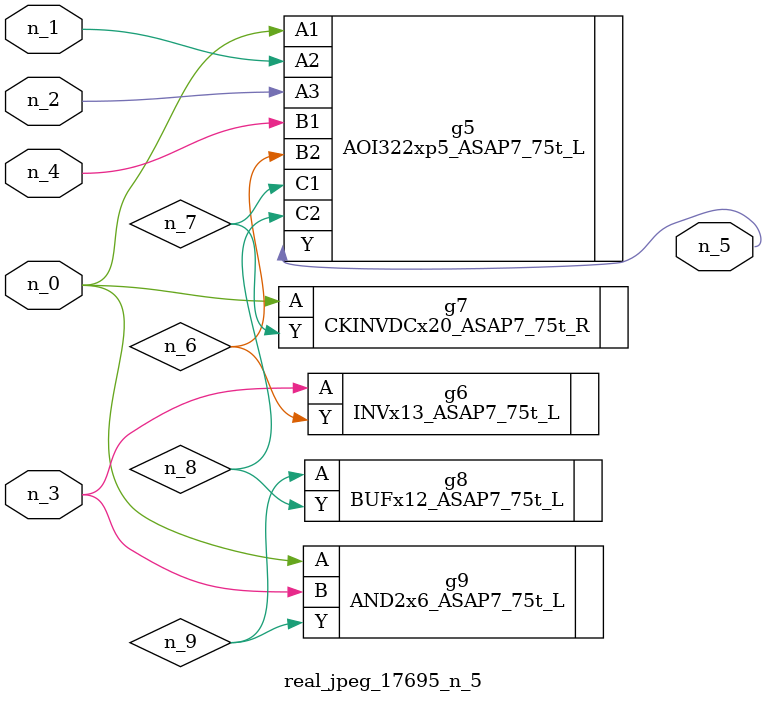
<source format=v>
module real_jpeg_17695_n_5 (n_4, n_0, n_1, n_2, n_3, n_5);

input n_4;
input n_0;
input n_1;
input n_2;
input n_3;

output n_5;

wire n_8;
wire n_6;
wire n_7;
wire n_9;

AOI322xp5_ASAP7_75t_L g5 ( 
.A1(n_0),
.A2(n_1),
.A3(n_2),
.B1(n_4),
.B2(n_6),
.C1(n_7),
.C2(n_8),
.Y(n_5)
);

CKINVDCx20_ASAP7_75t_R g7 ( 
.A(n_0),
.Y(n_7)
);

AND2x6_ASAP7_75t_L g9 ( 
.A(n_0),
.B(n_3),
.Y(n_9)
);

INVx13_ASAP7_75t_L g6 ( 
.A(n_3),
.Y(n_6)
);

BUFx12_ASAP7_75t_L g8 ( 
.A(n_9),
.Y(n_8)
);


endmodule
</source>
